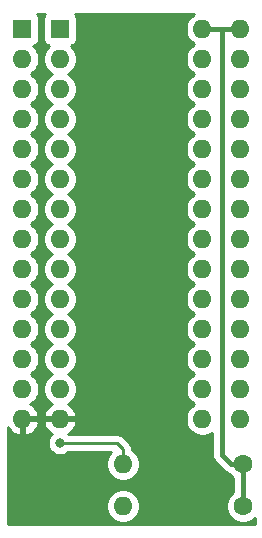
<source format=gbl>
%TF.GenerationSoftware,KiCad,Pcbnew,(5.1.8)-1*%
%TF.CreationDate,2021-04-08T15:32:03+02:00*%
%TF.ProjectId,C64 1541-II ROM Adapter,43363420-3135-4343-912d-494920524f4d,rev?*%
%TF.SameCoordinates,Original*%
%TF.FileFunction,Copper,L2,Bot*%
%TF.FilePolarity,Positive*%
%FSLAX46Y46*%
G04 Gerber Fmt 4.6, Leading zero omitted, Abs format (unit mm)*
G04 Created by KiCad (PCBNEW (5.1.8)-1) date 2021-04-08 15:32:03*
%MOMM*%
%LPD*%
G01*
G04 APERTURE LIST*
%TA.AperFunction,ComponentPad*%
%ADD10R,1.600000X1.600000*%
%TD*%
%TA.AperFunction,ComponentPad*%
%ADD11O,1.600000X1.600000*%
%TD*%
%TA.AperFunction,ComponentPad*%
%ADD12C,1.600000*%
%TD*%
%TA.AperFunction,ViaPad*%
%ADD13C,0.800000*%
%TD*%
%TA.AperFunction,Conductor*%
%ADD14C,0.381000*%
%TD*%
%TA.AperFunction,Conductor*%
%ADD15C,0.250000*%
%TD*%
%TA.AperFunction,Conductor*%
%ADD16C,0.254000*%
%TD*%
%TA.AperFunction,Conductor*%
%ADD17C,0.100000*%
%TD*%
G04 APERTURE END LIST*
D10*
%TO.P,A1,1*%
%TO.N,N/C*%
X102235000Y-62230000D03*
D11*
%TO.P,A1,15*%
%TO.N,/D3*%
X117475000Y-95250000D03*
%TO.P,A1,2*%
%TO.N,/A12*%
X102235000Y-64770000D03*
%TO.P,A1,16*%
%TO.N,/D4*%
X117475000Y-92710000D03*
%TO.P,A1,3*%
%TO.N,/A7*%
X102235000Y-67310000D03*
%TO.P,A1,17*%
%TO.N,/D5*%
X117475000Y-90170000D03*
%TO.P,A1,4*%
%TO.N,/A6*%
X102235000Y-69850000D03*
%TO.P,A1,18*%
%TO.N,/D6*%
X117475000Y-87630000D03*
%TO.P,A1,5*%
%TO.N,/A5*%
X102235000Y-72390000D03*
%TO.P,A1,19*%
%TO.N,/D7*%
X117475000Y-85090000D03*
%TO.P,A1,6*%
%TO.N,/A4*%
X102235000Y-74930000D03*
%TO.P,A1,20*%
%TO.N,/~CE*%
X117475000Y-82550000D03*
%TO.P,A1,7*%
%TO.N,/A3*%
X102235000Y-77470000D03*
%TO.P,A1,21*%
%TO.N,/A10*%
X117475000Y-80010000D03*
%TO.P,A1,8*%
%TO.N,/A2*%
X102235000Y-80010000D03*
%TO.P,A1,22*%
%TO.N,/~OE*%
X117475000Y-77470000D03*
%TO.P,A1,9*%
%TO.N,/A1*%
X102235000Y-82550000D03*
%TO.P,A1,23*%
%TO.N,/A11*%
X117475000Y-74930000D03*
%TO.P,A1,10*%
%TO.N,/A0*%
X102235000Y-85090000D03*
%TO.P,A1,24*%
%TO.N,/A9*%
X117475000Y-72390000D03*
%TO.P,A1,11*%
%TO.N,/D0*%
X102235000Y-87630000D03*
%TO.P,A1,25*%
%TO.N,/A8*%
X117475000Y-69850000D03*
%TO.P,A1,12*%
%TO.N,/D1*%
X102235000Y-90170000D03*
%TO.P,A1,26*%
%TO.N,/A13*%
X117475000Y-67310000D03*
%TO.P,A1,13*%
%TO.N,/D2*%
X102235000Y-92710000D03*
%TO.P,A1,27*%
%TO.N,N/C*%
X117475000Y-64770000D03*
%TO.P,A1,14*%
%TO.N,GND*%
X102235000Y-95250000D03*
%TO.P,A1,28*%
%TO.N,VCC*%
X117475000Y-62230000D03*
%TD*%
%TO.P,R1,2*%
%TO.N,/A14*%
X110744000Y-99060000D03*
D12*
%TO.P,R1,1*%
%TO.N,VCC*%
X120904000Y-99060000D03*
%TD*%
%TO.P,R2,1*%
%TO.N,VCC*%
X120904000Y-102616000D03*
D11*
%TO.P,R2,2*%
%TO.N,/A15*%
X110744000Y-102616000D03*
%TD*%
D10*
%TO.P,U1,1*%
%TO.N,/A15*%
X105410000Y-62230000D03*
D11*
%TO.P,U1,15*%
%TO.N,/D3*%
X120650000Y-95250000D03*
%TO.P,U1,2*%
%TO.N,/A12*%
X105410000Y-64770000D03*
%TO.P,U1,16*%
%TO.N,/D4*%
X120650000Y-92710000D03*
%TO.P,U1,3*%
%TO.N,/A7*%
X105410000Y-67310000D03*
%TO.P,U1,17*%
%TO.N,/D5*%
X120650000Y-90170000D03*
%TO.P,U1,4*%
%TO.N,/A6*%
X105410000Y-69850000D03*
%TO.P,U1,18*%
%TO.N,/D6*%
X120650000Y-87630000D03*
%TO.P,U1,5*%
%TO.N,/A5*%
X105410000Y-72390000D03*
%TO.P,U1,19*%
%TO.N,/D7*%
X120650000Y-85090000D03*
%TO.P,U1,6*%
%TO.N,/A4*%
X105410000Y-74930000D03*
%TO.P,U1,20*%
%TO.N,/~CE*%
X120650000Y-82550000D03*
%TO.P,U1,7*%
%TO.N,/A3*%
X105410000Y-77470000D03*
%TO.P,U1,21*%
%TO.N,/A10*%
X120650000Y-80010000D03*
%TO.P,U1,8*%
%TO.N,/A2*%
X105410000Y-80010000D03*
%TO.P,U1,22*%
%TO.N,/~OE*%
X120650000Y-77470000D03*
%TO.P,U1,9*%
%TO.N,/A1*%
X105410000Y-82550000D03*
%TO.P,U1,23*%
%TO.N,/A11*%
X120650000Y-74930000D03*
%TO.P,U1,10*%
%TO.N,/A0*%
X105410000Y-85090000D03*
%TO.P,U1,24*%
%TO.N,/A9*%
X120650000Y-72390000D03*
%TO.P,U1,11*%
%TO.N,/D0*%
X105410000Y-87630000D03*
%TO.P,U1,25*%
%TO.N,/A8*%
X120650000Y-69850000D03*
%TO.P,U1,12*%
%TO.N,/D1*%
X105410000Y-90170000D03*
%TO.P,U1,26*%
%TO.N,/A13*%
X120650000Y-67310000D03*
%TO.P,U1,13*%
%TO.N,/D2*%
X105410000Y-92710000D03*
%TO.P,U1,27*%
%TO.N,/A14*%
X120650000Y-64770000D03*
%TO.P,U1,14*%
%TO.N,GND*%
X105410000Y-95250000D03*
%TO.P,U1,28*%
%TO.N,VCC*%
X120650000Y-62230000D03*
%TD*%
D13*
%TO.N,/A14*%
X105410000Y-97282000D03*
%TD*%
D14*
%TO.N,VCC*%
X120904000Y-102616000D02*
X120904000Y-99060000D01*
X119126000Y-62230000D02*
X119126000Y-98298000D01*
X119126000Y-98298000D02*
X119888000Y-99060000D01*
X119888000Y-99060000D02*
X120904000Y-99060000D01*
X117475000Y-62230000D02*
X119126000Y-62230000D01*
X120650000Y-62230000D02*
X119126000Y-62230000D01*
D15*
%TO.N,/A14*%
X105410000Y-97282000D02*
X110236000Y-97282000D01*
X110744000Y-97790000D02*
X110744000Y-99060000D01*
X110236000Y-97282000D02*
X110744000Y-97790000D01*
%TD*%
D16*
%TO.N,GND*%
X104079463Y-61075506D02*
X104020498Y-61185820D01*
X103984188Y-61305518D01*
X103971928Y-61430000D01*
X103971928Y-63030000D01*
X103984188Y-63154482D01*
X104020498Y-63274180D01*
X104079463Y-63384494D01*
X104158815Y-63481185D01*
X104255506Y-63560537D01*
X104365820Y-63619502D01*
X104485518Y-63655812D01*
X104493961Y-63656643D01*
X104295363Y-63855241D01*
X104138320Y-64090273D01*
X104030147Y-64351426D01*
X103975000Y-64628665D01*
X103975000Y-64911335D01*
X104030147Y-65188574D01*
X104138320Y-65449727D01*
X104295363Y-65684759D01*
X104495241Y-65884637D01*
X104727759Y-66040000D01*
X104495241Y-66195363D01*
X104295363Y-66395241D01*
X104138320Y-66630273D01*
X104030147Y-66891426D01*
X103975000Y-67168665D01*
X103975000Y-67451335D01*
X104030147Y-67728574D01*
X104138320Y-67989727D01*
X104295363Y-68224759D01*
X104495241Y-68424637D01*
X104727759Y-68580000D01*
X104495241Y-68735363D01*
X104295363Y-68935241D01*
X104138320Y-69170273D01*
X104030147Y-69431426D01*
X103975000Y-69708665D01*
X103975000Y-69991335D01*
X104030147Y-70268574D01*
X104138320Y-70529727D01*
X104295363Y-70764759D01*
X104495241Y-70964637D01*
X104727759Y-71120000D01*
X104495241Y-71275363D01*
X104295363Y-71475241D01*
X104138320Y-71710273D01*
X104030147Y-71971426D01*
X103975000Y-72248665D01*
X103975000Y-72531335D01*
X104030147Y-72808574D01*
X104138320Y-73069727D01*
X104295363Y-73304759D01*
X104495241Y-73504637D01*
X104727759Y-73660000D01*
X104495241Y-73815363D01*
X104295363Y-74015241D01*
X104138320Y-74250273D01*
X104030147Y-74511426D01*
X103975000Y-74788665D01*
X103975000Y-75071335D01*
X104030147Y-75348574D01*
X104138320Y-75609727D01*
X104295363Y-75844759D01*
X104495241Y-76044637D01*
X104727759Y-76200000D01*
X104495241Y-76355363D01*
X104295363Y-76555241D01*
X104138320Y-76790273D01*
X104030147Y-77051426D01*
X103975000Y-77328665D01*
X103975000Y-77611335D01*
X104030147Y-77888574D01*
X104138320Y-78149727D01*
X104295363Y-78384759D01*
X104495241Y-78584637D01*
X104727759Y-78740000D01*
X104495241Y-78895363D01*
X104295363Y-79095241D01*
X104138320Y-79330273D01*
X104030147Y-79591426D01*
X103975000Y-79868665D01*
X103975000Y-80151335D01*
X104030147Y-80428574D01*
X104138320Y-80689727D01*
X104295363Y-80924759D01*
X104495241Y-81124637D01*
X104727759Y-81280000D01*
X104495241Y-81435363D01*
X104295363Y-81635241D01*
X104138320Y-81870273D01*
X104030147Y-82131426D01*
X103975000Y-82408665D01*
X103975000Y-82691335D01*
X104030147Y-82968574D01*
X104138320Y-83229727D01*
X104295363Y-83464759D01*
X104495241Y-83664637D01*
X104727759Y-83820000D01*
X104495241Y-83975363D01*
X104295363Y-84175241D01*
X104138320Y-84410273D01*
X104030147Y-84671426D01*
X103975000Y-84948665D01*
X103975000Y-85231335D01*
X104030147Y-85508574D01*
X104138320Y-85769727D01*
X104295363Y-86004759D01*
X104495241Y-86204637D01*
X104727759Y-86360000D01*
X104495241Y-86515363D01*
X104295363Y-86715241D01*
X104138320Y-86950273D01*
X104030147Y-87211426D01*
X103975000Y-87488665D01*
X103975000Y-87771335D01*
X104030147Y-88048574D01*
X104138320Y-88309727D01*
X104295363Y-88544759D01*
X104495241Y-88744637D01*
X104727759Y-88900000D01*
X104495241Y-89055363D01*
X104295363Y-89255241D01*
X104138320Y-89490273D01*
X104030147Y-89751426D01*
X103975000Y-90028665D01*
X103975000Y-90311335D01*
X104030147Y-90588574D01*
X104138320Y-90849727D01*
X104295363Y-91084759D01*
X104495241Y-91284637D01*
X104727759Y-91440000D01*
X104495241Y-91595363D01*
X104295363Y-91795241D01*
X104138320Y-92030273D01*
X104030147Y-92291426D01*
X103975000Y-92568665D01*
X103975000Y-92851335D01*
X104030147Y-93128574D01*
X104138320Y-93389727D01*
X104295363Y-93624759D01*
X104495241Y-93824637D01*
X104730273Y-93981680D01*
X104740865Y-93986067D01*
X104554869Y-94097615D01*
X104346481Y-94286586D01*
X104178963Y-94512580D01*
X104058754Y-94766913D01*
X104018096Y-94900961D01*
X104140085Y-95123000D01*
X105283000Y-95123000D01*
X105283000Y-95103000D01*
X105537000Y-95103000D01*
X105537000Y-95123000D01*
X106679915Y-95123000D01*
X106801904Y-94900961D01*
X106761246Y-94766913D01*
X106641037Y-94512580D01*
X106473519Y-94286586D01*
X106265131Y-94097615D01*
X106079135Y-93986067D01*
X106089727Y-93981680D01*
X106324759Y-93824637D01*
X106524637Y-93624759D01*
X106681680Y-93389727D01*
X106789853Y-93128574D01*
X106845000Y-92851335D01*
X106845000Y-92568665D01*
X106789853Y-92291426D01*
X106681680Y-92030273D01*
X106524637Y-91795241D01*
X106324759Y-91595363D01*
X106092241Y-91440000D01*
X106324759Y-91284637D01*
X106524637Y-91084759D01*
X106681680Y-90849727D01*
X106789853Y-90588574D01*
X106845000Y-90311335D01*
X106845000Y-90028665D01*
X106789853Y-89751426D01*
X106681680Y-89490273D01*
X106524637Y-89255241D01*
X106324759Y-89055363D01*
X106092241Y-88900000D01*
X106324759Y-88744637D01*
X106524637Y-88544759D01*
X106681680Y-88309727D01*
X106789853Y-88048574D01*
X106845000Y-87771335D01*
X106845000Y-87488665D01*
X106789853Y-87211426D01*
X106681680Y-86950273D01*
X106524637Y-86715241D01*
X106324759Y-86515363D01*
X106092241Y-86360000D01*
X106324759Y-86204637D01*
X106524637Y-86004759D01*
X106681680Y-85769727D01*
X106789853Y-85508574D01*
X106845000Y-85231335D01*
X106845000Y-84948665D01*
X106789853Y-84671426D01*
X106681680Y-84410273D01*
X106524637Y-84175241D01*
X106324759Y-83975363D01*
X106092241Y-83820000D01*
X106324759Y-83664637D01*
X106524637Y-83464759D01*
X106681680Y-83229727D01*
X106789853Y-82968574D01*
X106845000Y-82691335D01*
X106845000Y-82408665D01*
X106789853Y-82131426D01*
X106681680Y-81870273D01*
X106524637Y-81635241D01*
X106324759Y-81435363D01*
X106092241Y-81280000D01*
X106324759Y-81124637D01*
X106524637Y-80924759D01*
X106681680Y-80689727D01*
X106789853Y-80428574D01*
X106845000Y-80151335D01*
X106845000Y-79868665D01*
X106789853Y-79591426D01*
X106681680Y-79330273D01*
X106524637Y-79095241D01*
X106324759Y-78895363D01*
X106092241Y-78740000D01*
X106324759Y-78584637D01*
X106524637Y-78384759D01*
X106681680Y-78149727D01*
X106789853Y-77888574D01*
X106845000Y-77611335D01*
X106845000Y-77328665D01*
X106789853Y-77051426D01*
X106681680Y-76790273D01*
X106524637Y-76555241D01*
X106324759Y-76355363D01*
X106092241Y-76200000D01*
X106324759Y-76044637D01*
X106524637Y-75844759D01*
X106681680Y-75609727D01*
X106789853Y-75348574D01*
X106845000Y-75071335D01*
X106845000Y-74788665D01*
X106789853Y-74511426D01*
X106681680Y-74250273D01*
X106524637Y-74015241D01*
X106324759Y-73815363D01*
X106092241Y-73660000D01*
X106324759Y-73504637D01*
X106524637Y-73304759D01*
X106681680Y-73069727D01*
X106789853Y-72808574D01*
X106845000Y-72531335D01*
X106845000Y-72248665D01*
X106789853Y-71971426D01*
X106681680Y-71710273D01*
X106524637Y-71475241D01*
X106324759Y-71275363D01*
X106092241Y-71120000D01*
X106324759Y-70964637D01*
X106524637Y-70764759D01*
X106681680Y-70529727D01*
X106789853Y-70268574D01*
X106845000Y-69991335D01*
X106845000Y-69708665D01*
X106789853Y-69431426D01*
X106681680Y-69170273D01*
X106524637Y-68935241D01*
X106324759Y-68735363D01*
X106092241Y-68580000D01*
X106324759Y-68424637D01*
X106524637Y-68224759D01*
X106681680Y-67989727D01*
X106789853Y-67728574D01*
X106845000Y-67451335D01*
X106845000Y-67168665D01*
X106789853Y-66891426D01*
X106681680Y-66630273D01*
X106524637Y-66395241D01*
X106324759Y-66195363D01*
X106092241Y-66040000D01*
X106324759Y-65884637D01*
X106524637Y-65684759D01*
X106681680Y-65449727D01*
X106789853Y-65188574D01*
X106845000Y-64911335D01*
X106845000Y-64628665D01*
X106789853Y-64351426D01*
X106681680Y-64090273D01*
X106524637Y-63855241D01*
X106326039Y-63656643D01*
X106334482Y-63655812D01*
X106454180Y-63619502D01*
X106564494Y-63560537D01*
X106661185Y-63481185D01*
X106740537Y-63384494D01*
X106799502Y-63274180D01*
X106835812Y-63154482D01*
X106848072Y-63030000D01*
X106848072Y-61430000D01*
X106835812Y-61305518D01*
X106799502Y-61185820D01*
X106740537Y-61075506D01*
X106666261Y-60985000D01*
X116755343Y-60985000D01*
X116560241Y-61115363D01*
X116360363Y-61315241D01*
X116203320Y-61550273D01*
X116095147Y-61811426D01*
X116040000Y-62088665D01*
X116040000Y-62371335D01*
X116095147Y-62648574D01*
X116203320Y-62909727D01*
X116360363Y-63144759D01*
X116560241Y-63344637D01*
X116792759Y-63500000D01*
X116560241Y-63655363D01*
X116360363Y-63855241D01*
X116203320Y-64090273D01*
X116095147Y-64351426D01*
X116040000Y-64628665D01*
X116040000Y-64911335D01*
X116095147Y-65188574D01*
X116203320Y-65449727D01*
X116360363Y-65684759D01*
X116560241Y-65884637D01*
X116792759Y-66040000D01*
X116560241Y-66195363D01*
X116360363Y-66395241D01*
X116203320Y-66630273D01*
X116095147Y-66891426D01*
X116040000Y-67168665D01*
X116040000Y-67451335D01*
X116095147Y-67728574D01*
X116203320Y-67989727D01*
X116360363Y-68224759D01*
X116560241Y-68424637D01*
X116792759Y-68580000D01*
X116560241Y-68735363D01*
X116360363Y-68935241D01*
X116203320Y-69170273D01*
X116095147Y-69431426D01*
X116040000Y-69708665D01*
X116040000Y-69991335D01*
X116095147Y-70268574D01*
X116203320Y-70529727D01*
X116360363Y-70764759D01*
X116560241Y-70964637D01*
X116792759Y-71120000D01*
X116560241Y-71275363D01*
X116360363Y-71475241D01*
X116203320Y-71710273D01*
X116095147Y-71971426D01*
X116040000Y-72248665D01*
X116040000Y-72531335D01*
X116095147Y-72808574D01*
X116203320Y-73069727D01*
X116360363Y-73304759D01*
X116560241Y-73504637D01*
X116792759Y-73660000D01*
X116560241Y-73815363D01*
X116360363Y-74015241D01*
X116203320Y-74250273D01*
X116095147Y-74511426D01*
X116040000Y-74788665D01*
X116040000Y-75071335D01*
X116095147Y-75348574D01*
X116203320Y-75609727D01*
X116360363Y-75844759D01*
X116560241Y-76044637D01*
X116792759Y-76200000D01*
X116560241Y-76355363D01*
X116360363Y-76555241D01*
X116203320Y-76790273D01*
X116095147Y-77051426D01*
X116040000Y-77328665D01*
X116040000Y-77611335D01*
X116095147Y-77888574D01*
X116203320Y-78149727D01*
X116360363Y-78384759D01*
X116560241Y-78584637D01*
X116792759Y-78740000D01*
X116560241Y-78895363D01*
X116360363Y-79095241D01*
X116203320Y-79330273D01*
X116095147Y-79591426D01*
X116040000Y-79868665D01*
X116040000Y-80151335D01*
X116095147Y-80428574D01*
X116203320Y-80689727D01*
X116360363Y-80924759D01*
X116560241Y-81124637D01*
X116792759Y-81280000D01*
X116560241Y-81435363D01*
X116360363Y-81635241D01*
X116203320Y-81870273D01*
X116095147Y-82131426D01*
X116040000Y-82408665D01*
X116040000Y-82691335D01*
X116095147Y-82968574D01*
X116203320Y-83229727D01*
X116360363Y-83464759D01*
X116560241Y-83664637D01*
X116792759Y-83820000D01*
X116560241Y-83975363D01*
X116360363Y-84175241D01*
X116203320Y-84410273D01*
X116095147Y-84671426D01*
X116040000Y-84948665D01*
X116040000Y-85231335D01*
X116095147Y-85508574D01*
X116203320Y-85769727D01*
X116360363Y-86004759D01*
X116560241Y-86204637D01*
X116792759Y-86360000D01*
X116560241Y-86515363D01*
X116360363Y-86715241D01*
X116203320Y-86950273D01*
X116095147Y-87211426D01*
X116040000Y-87488665D01*
X116040000Y-87771335D01*
X116095147Y-88048574D01*
X116203320Y-88309727D01*
X116360363Y-88544759D01*
X116560241Y-88744637D01*
X116792759Y-88900000D01*
X116560241Y-89055363D01*
X116360363Y-89255241D01*
X116203320Y-89490273D01*
X116095147Y-89751426D01*
X116040000Y-90028665D01*
X116040000Y-90311335D01*
X116095147Y-90588574D01*
X116203320Y-90849727D01*
X116360363Y-91084759D01*
X116560241Y-91284637D01*
X116792759Y-91440000D01*
X116560241Y-91595363D01*
X116360363Y-91795241D01*
X116203320Y-92030273D01*
X116095147Y-92291426D01*
X116040000Y-92568665D01*
X116040000Y-92851335D01*
X116095147Y-93128574D01*
X116203320Y-93389727D01*
X116360363Y-93624759D01*
X116560241Y-93824637D01*
X116792759Y-93980000D01*
X116560241Y-94135363D01*
X116360363Y-94335241D01*
X116203320Y-94570273D01*
X116095147Y-94831426D01*
X116040000Y-95108665D01*
X116040000Y-95391335D01*
X116095147Y-95668574D01*
X116203320Y-95929727D01*
X116360363Y-96164759D01*
X116560241Y-96364637D01*
X116795273Y-96521680D01*
X117056426Y-96629853D01*
X117333665Y-96685000D01*
X117616335Y-96685000D01*
X117893574Y-96629853D01*
X118154727Y-96521680D01*
X118300501Y-96424277D01*
X118300501Y-98257439D01*
X118296506Y-98298000D01*
X118312445Y-98459826D01*
X118359647Y-98615433D01*
X118436301Y-98758842D01*
X118497863Y-98833854D01*
X118539460Y-98884541D01*
X118570961Y-98910393D01*
X119275611Y-99615044D01*
X119301459Y-99646541D01*
X119332955Y-99672389D01*
X119332958Y-99672392D01*
X119427157Y-99749699D01*
X119456805Y-99765546D01*
X119570566Y-99826353D01*
X119720615Y-99871870D01*
X119789363Y-99974759D01*
X119989241Y-100174637D01*
X120078501Y-100234278D01*
X120078500Y-101441722D01*
X119989241Y-101501363D01*
X119789363Y-101701241D01*
X119632320Y-101936273D01*
X119524147Y-102197426D01*
X119469000Y-102474665D01*
X119469000Y-102757335D01*
X119524147Y-103034574D01*
X119632320Y-103295727D01*
X119789363Y-103530759D01*
X119989241Y-103730637D01*
X120224273Y-103887680D01*
X120485426Y-103995853D01*
X120762665Y-104051000D01*
X121045335Y-104051000D01*
X121322574Y-103995853D01*
X121583727Y-103887680D01*
X121818759Y-103730637D01*
X121895001Y-103654395D01*
X121895001Y-104107715D01*
X121894335Y-104114513D01*
X121889699Y-104115000D01*
X100997275Y-104115000D01*
X100990487Y-104114335D01*
X100990000Y-104109699D01*
X100990000Y-102474665D01*
X109309000Y-102474665D01*
X109309000Y-102757335D01*
X109364147Y-103034574D01*
X109472320Y-103295727D01*
X109629363Y-103530759D01*
X109829241Y-103730637D01*
X110064273Y-103887680D01*
X110325426Y-103995853D01*
X110602665Y-104051000D01*
X110885335Y-104051000D01*
X111162574Y-103995853D01*
X111423727Y-103887680D01*
X111658759Y-103730637D01*
X111858637Y-103530759D01*
X112015680Y-103295727D01*
X112123853Y-103034574D01*
X112179000Y-102757335D01*
X112179000Y-102474665D01*
X112123853Y-102197426D01*
X112015680Y-101936273D01*
X111858637Y-101701241D01*
X111658759Y-101501363D01*
X111423727Y-101344320D01*
X111162574Y-101236147D01*
X110885335Y-101181000D01*
X110602665Y-101181000D01*
X110325426Y-101236147D01*
X110064273Y-101344320D01*
X109829241Y-101501363D01*
X109629363Y-101701241D01*
X109472320Y-101936273D01*
X109364147Y-102197426D01*
X109309000Y-102474665D01*
X100990000Y-102474665D01*
X100990000Y-95957878D01*
X101003963Y-95987420D01*
X101171481Y-96213414D01*
X101379869Y-96402385D01*
X101621119Y-96547070D01*
X101885960Y-96641909D01*
X102108000Y-96520624D01*
X102108000Y-95377000D01*
X102362000Y-95377000D01*
X102362000Y-96520624D01*
X102584040Y-96641909D01*
X102848881Y-96547070D01*
X103090131Y-96402385D01*
X103298519Y-96213414D01*
X103466037Y-95987420D01*
X103586246Y-95733087D01*
X103626904Y-95599039D01*
X104018096Y-95599039D01*
X104058754Y-95733087D01*
X104178963Y-95987420D01*
X104346481Y-96213414D01*
X104554869Y-96402385D01*
X104724294Y-96503995D01*
X104606063Y-96622226D01*
X104492795Y-96791744D01*
X104414774Y-96980102D01*
X104375000Y-97180061D01*
X104375000Y-97383939D01*
X104414774Y-97583898D01*
X104492795Y-97772256D01*
X104606063Y-97941774D01*
X104750226Y-98085937D01*
X104919744Y-98199205D01*
X105108102Y-98277226D01*
X105308061Y-98317000D01*
X105511939Y-98317000D01*
X105711898Y-98277226D01*
X105900256Y-98199205D01*
X106069774Y-98085937D01*
X106113711Y-98042000D01*
X109732604Y-98042000D01*
X109629363Y-98145241D01*
X109472320Y-98380273D01*
X109364147Y-98641426D01*
X109309000Y-98918665D01*
X109309000Y-99201335D01*
X109364147Y-99478574D01*
X109472320Y-99739727D01*
X109629363Y-99974759D01*
X109829241Y-100174637D01*
X110064273Y-100331680D01*
X110325426Y-100439853D01*
X110602665Y-100495000D01*
X110885335Y-100495000D01*
X111162574Y-100439853D01*
X111423727Y-100331680D01*
X111658759Y-100174637D01*
X111858637Y-99974759D01*
X112015680Y-99739727D01*
X112123853Y-99478574D01*
X112179000Y-99201335D01*
X112179000Y-98918665D01*
X112123853Y-98641426D01*
X112015680Y-98380273D01*
X111858637Y-98145241D01*
X111658759Y-97945363D01*
X111504000Y-97841957D01*
X111504000Y-97827322D01*
X111507676Y-97789999D01*
X111504000Y-97752676D01*
X111504000Y-97752667D01*
X111493003Y-97641014D01*
X111449546Y-97497753D01*
X111378974Y-97365724D01*
X111284001Y-97249999D01*
X111255003Y-97226202D01*
X110799803Y-96771002D01*
X110776001Y-96741999D01*
X110660276Y-96647026D01*
X110528247Y-96576454D01*
X110384986Y-96532997D01*
X110273333Y-96522000D01*
X110273322Y-96522000D01*
X110236000Y-96518324D01*
X110198678Y-96522000D01*
X106113711Y-96522000D01*
X106095706Y-96503995D01*
X106265131Y-96402385D01*
X106473519Y-96213414D01*
X106641037Y-95987420D01*
X106761246Y-95733087D01*
X106801904Y-95599039D01*
X106679915Y-95377000D01*
X105537000Y-95377000D01*
X105537000Y-95397000D01*
X105283000Y-95397000D01*
X105283000Y-95377000D01*
X104140085Y-95377000D01*
X104018096Y-95599039D01*
X103626904Y-95599039D01*
X103504915Y-95377000D01*
X102362000Y-95377000D01*
X102108000Y-95377000D01*
X102088000Y-95377000D01*
X102088000Y-95123000D01*
X102108000Y-95123000D01*
X102108000Y-95103000D01*
X102362000Y-95103000D01*
X102362000Y-95123000D01*
X103504915Y-95123000D01*
X103626904Y-94900961D01*
X103586246Y-94766913D01*
X103466037Y-94512580D01*
X103298519Y-94286586D01*
X103090131Y-94097615D01*
X102904135Y-93986067D01*
X102914727Y-93981680D01*
X103149759Y-93824637D01*
X103349637Y-93624759D01*
X103506680Y-93389727D01*
X103614853Y-93128574D01*
X103670000Y-92851335D01*
X103670000Y-92568665D01*
X103614853Y-92291426D01*
X103506680Y-92030273D01*
X103349637Y-91795241D01*
X103149759Y-91595363D01*
X102917241Y-91440000D01*
X103149759Y-91284637D01*
X103349637Y-91084759D01*
X103506680Y-90849727D01*
X103614853Y-90588574D01*
X103670000Y-90311335D01*
X103670000Y-90028665D01*
X103614853Y-89751426D01*
X103506680Y-89490273D01*
X103349637Y-89255241D01*
X103149759Y-89055363D01*
X102917241Y-88900000D01*
X103149759Y-88744637D01*
X103349637Y-88544759D01*
X103506680Y-88309727D01*
X103614853Y-88048574D01*
X103670000Y-87771335D01*
X103670000Y-87488665D01*
X103614853Y-87211426D01*
X103506680Y-86950273D01*
X103349637Y-86715241D01*
X103149759Y-86515363D01*
X102917241Y-86360000D01*
X103149759Y-86204637D01*
X103349637Y-86004759D01*
X103506680Y-85769727D01*
X103614853Y-85508574D01*
X103670000Y-85231335D01*
X103670000Y-84948665D01*
X103614853Y-84671426D01*
X103506680Y-84410273D01*
X103349637Y-84175241D01*
X103149759Y-83975363D01*
X102917241Y-83820000D01*
X103149759Y-83664637D01*
X103349637Y-83464759D01*
X103506680Y-83229727D01*
X103614853Y-82968574D01*
X103670000Y-82691335D01*
X103670000Y-82408665D01*
X103614853Y-82131426D01*
X103506680Y-81870273D01*
X103349637Y-81635241D01*
X103149759Y-81435363D01*
X102917241Y-81280000D01*
X103149759Y-81124637D01*
X103349637Y-80924759D01*
X103506680Y-80689727D01*
X103614853Y-80428574D01*
X103670000Y-80151335D01*
X103670000Y-79868665D01*
X103614853Y-79591426D01*
X103506680Y-79330273D01*
X103349637Y-79095241D01*
X103149759Y-78895363D01*
X102917241Y-78740000D01*
X103149759Y-78584637D01*
X103349637Y-78384759D01*
X103506680Y-78149727D01*
X103614853Y-77888574D01*
X103670000Y-77611335D01*
X103670000Y-77328665D01*
X103614853Y-77051426D01*
X103506680Y-76790273D01*
X103349637Y-76555241D01*
X103149759Y-76355363D01*
X102917241Y-76200000D01*
X103149759Y-76044637D01*
X103349637Y-75844759D01*
X103506680Y-75609727D01*
X103614853Y-75348574D01*
X103670000Y-75071335D01*
X103670000Y-74788665D01*
X103614853Y-74511426D01*
X103506680Y-74250273D01*
X103349637Y-74015241D01*
X103149759Y-73815363D01*
X102917241Y-73660000D01*
X103149759Y-73504637D01*
X103349637Y-73304759D01*
X103506680Y-73069727D01*
X103614853Y-72808574D01*
X103670000Y-72531335D01*
X103670000Y-72248665D01*
X103614853Y-71971426D01*
X103506680Y-71710273D01*
X103349637Y-71475241D01*
X103149759Y-71275363D01*
X102917241Y-71120000D01*
X103149759Y-70964637D01*
X103349637Y-70764759D01*
X103506680Y-70529727D01*
X103614853Y-70268574D01*
X103670000Y-69991335D01*
X103670000Y-69708665D01*
X103614853Y-69431426D01*
X103506680Y-69170273D01*
X103349637Y-68935241D01*
X103149759Y-68735363D01*
X102917241Y-68580000D01*
X103149759Y-68424637D01*
X103349637Y-68224759D01*
X103506680Y-67989727D01*
X103614853Y-67728574D01*
X103670000Y-67451335D01*
X103670000Y-67168665D01*
X103614853Y-66891426D01*
X103506680Y-66630273D01*
X103349637Y-66395241D01*
X103149759Y-66195363D01*
X102917241Y-66040000D01*
X103149759Y-65884637D01*
X103349637Y-65684759D01*
X103506680Y-65449727D01*
X103614853Y-65188574D01*
X103670000Y-64911335D01*
X103670000Y-64628665D01*
X103614853Y-64351426D01*
X103506680Y-64090273D01*
X103349637Y-63855241D01*
X103151039Y-63656643D01*
X103159482Y-63655812D01*
X103279180Y-63619502D01*
X103389494Y-63560537D01*
X103486185Y-63481185D01*
X103565537Y-63384494D01*
X103624502Y-63274180D01*
X103660812Y-63154482D01*
X103673072Y-63030000D01*
X103673072Y-61430000D01*
X103660812Y-61305518D01*
X103624502Y-61185820D01*
X103565537Y-61075506D01*
X103491261Y-60985000D01*
X104153739Y-60985000D01*
X104079463Y-61075506D01*
%TA.AperFunction,Conductor*%
D17*
G36*
X104079463Y-61075506D02*
G01*
X104020498Y-61185820D01*
X103984188Y-61305518D01*
X103971928Y-61430000D01*
X103971928Y-63030000D01*
X103984188Y-63154482D01*
X104020498Y-63274180D01*
X104079463Y-63384494D01*
X104158815Y-63481185D01*
X104255506Y-63560537D01*
X104365820Y-63619502D01*
X104485518Y-63655812D01*
X104493961Y-63656643D01*
X104295363Y-63855241D01*
X104138320Y-64090273D01*
X104030147Y-64351426D01*
X103975000Y-64628665D01*
X103975000Y-64911335D01*
X104030147Y-65188574D01*
X104138320Y-65449727D01*
X104295363Y-65684759D01*
X104495241Y-65884637D01*
X104727759Y-66040000D01*
X104495241Y-66195363D01*
X104295363Y-66395241D01*
X104138320Y-66630273D01*
X104030147Y-66891426D01*
X103975000Y-67168665D01*
X103975000Y-67451335D01*
X104030147Y-67728574D01*
X104138320Y-67989727D01*
X104295363Y-68224759D01*
X104495241Y-68424637D01*
X104727759Y-68580000D01*
X104495241Y-68735363D01*
X104295363Y-68935241D01*
X104138320Y-69170273D01*
X104030147Y-69431426D01*
X103975000Y-69708665D01*
X103975000Y-69991335D01*
X104030147Y-70268574D01*
X104138320Y-70529727D01*
X104295363Y-70764759D01*
X104495241Y-70964637D01*
X104727759Y-71120000D01*
X104495241Y-71275363D01*
X104295363Y-71475241D01*
X104138320Y-71710273D01*
X104030147Y-71971426D01*
X103975000Y-72248665D01*
X103975000Y-72531335D01*
X104030147Y-72808574D01*
X104138320Y-73069727D01*
X104295363Y-73304759D01*
X104495241Y-73504637D01*
X104727759Y-73660000D01*
X104495241Y-73815363D01*
X104295363Y-74015241D01*
X104138320Y-74250273D01*
X104030147Y-74511426D01*
X103975000Y-74788665D01*
X103975000Y-75071335D01*
X104030147Y-75348574D01*
X104138320Y-75609727D01*
X104295363Y-75844759D01*
X104495241Y-76044637D01*
X104727759Y-76200000D01*
X104495241Y-76355363D01*
X104295363Y-76555241D01*
X104138320Y-76790273D01*
X104030147Y-77051426D01*
X103975000Y-77328665D01*
X103975000Y-77611335D01*
X104030147Y-77888574D01*
X104138320Y-78149727D01*
X104295363Y-78384759D01*
X104495241Y-78584637D01*
X104727759Y-78740000D01*
X104495241Y-78895363D01*
X104295363Y-79095241D01*
X104138320Y-79330273D01*
X104030147Y-79591426D01*
X103975000Y-79868665D01*
X103975000Y-80151335D01*
X104030147Y-80428574D01*
X104138320Y-80689727D01*
X104295363Y-80924759D01*
X104495241Y-81124637D01*
X104727759Y-81280000D01*
X104495241Y-81435363D01*
X104295363Y-81635241D01*
X104138320Y-81870273D01*
X104030147Y-82131426D01*
X103975000Y-82408665D01*
X103975000Y-82691335D01*
X104030147Y-82968574D01*
X104138320Y-83229727D01*
X104295363Y-83464759D01*
X104495241Y-83664637D01*
X104727759Y-83820000D01*
X104495241Y-83975363D01*
X104295363Y-84175241D01*
X104138320Y-84410273D01*
X104030147Y-84671426D01*
X103975000Y-84948665D01*
X103975000Y-85231335D01*
X104030147Y-85508574D01*
X104138320Y-85769727D01*
X104295363Y-86004759D01*
X104495241Y-86204637D01*
X104727759Y-86360000D01*
X104495241Y-86515363D01*
X104295363Y-86715241D01*
X104138320Y-86950273D01*
X104030147Y-87211426D01*
X103975000Y-87488665D01*
X103975000Y-87771335D01*
X104030147Y-88048574D01*
X104138320Y-88309727D01*
X104295363Y-88544759D01*
X104495241Y-88744637D01*
X104727759Y-88900000D01*
X104495241Y-89055363D01*
X104295363Y-89255241D01*
X104138320Y-89490273D01*
X104030147Y-89751426D01*
X103975000Y-90028665D01*
X103975000Y-90311335D01*
X104030147Y-90588574D01*
X104138320Y-90849727D01*
X104295363Y-91084759D01*
X104495241Y-91284637D01*
X104727759Y-91440000D01*
X104495241Y-91595363D01*
X104295363Y-91795241D01*
X104138320Y-92030273D01*
X104030147Y-92291426D01*
X103975000Y-92568665D01*
X103975000Y-92851335D01*
X104030147Y-93128574D01*
X104138320Y-93389727D01*
X104295363Y-93624759D01*
X104495241Y-93824637D01*
X104730273Y-93981680D01*
X104740865Y-93986067D01*
X104554869Y-94097615D01*
X104346481Y-94286586D01*
X104178963Y-94512580D01*
X104058754Y-94766913D01*
X104018096Y-94900961D01*
X104140085Y-95123000D01*
X105283000Y-95123000D01*
X105283000Y-95103000D01*
X105537000Y-95103000D01*
X105537000Y-95123000D01*
X106679915Y-95123000D01*
X106801904Y-94900961D01*
X106761246Y-94766913D01*
X106641037Y-94512580D01*
X106473519Y-94286586D01*
X106265131Y-94097615D01*
X106079135Y-93986067D01*
X106089727Y-93981680D01*
X106324759Y-93824637D01*
X106524637Y-93624759D01*
X106681680Y-93389727D01*
X106789853Y-93128574D01*
X106845000Y-92851335D01*
X106845000Y-92568665D01*
X106789853Y-92291426D01*
X106681680Y-92030273D01*
X106524637Y-91795241D01*
X106324759Y-91595363D01*
X106092241Y-91440000D01*
X106324759Y-91284637D01*
X106524637Y-91084759D01*
X106681680Y-90849727D01*
X106789853Y-90588574D01*
X106845000Y-90311335D01*
X106845000Y-90028665D01*
X106789853Y-89751426D01*
X106681680Y-89490273D01*
X106524637Y-89255241D01*
X106324759Y-89055363D01*
X106092241Y-88900000D01*
X106324759Y-88744637D01*
X106524637Y-88544759D01*
X106681680Y-88309727D01*
X106789853Y-88048574D01*
X106845000Y-87771335D01*
X106845000Y-87488665D01*
X106789853Y-87211426D01*
X106681680Y-86950273D01*
X106524637Y-86715241D01*
X106324759Y-86515363D01*
X106092241Y-86360000D01*
X106324759Y-86204637D01*
X106524637Y-86004759D01*
X106681680Y-85769727D01*
X106789853Y-85508574D01*
X106845000Y-85231335D01*
X106845000Y-84948665D01*
X106789853Y-84671426D01*
X106681680Y-84410273D01*
X106524637Y-84175241D01*
X106324759Y-83975363D01*
X106092241Y-83820000D01*
X106324759Y-83664637D01*
X106524637Y-83464759D01*
X106681680Y-83229727D01*
X106789853Y-82968574D01*
X106845000Y-82691335D01*
X106845000Y-82408665D01*
X106789853Y-82131426D01*
X106681680Y-81870273D01*
X106524637Y-81635241D01*
X106324759Y-81435363D01*
X106092241Y-81280000D01*
X106324759Y-81124637D01*
X106524637Y-80924759D01*
X106681680Y-80689727D01*
X106789853Y-80428574D01*
X106845000Y-80151335D01*
X106845000Y-79868665D01*
X106789853Y-79591426D01*
X106681680Y-79330273D01*
X106524637Y-79095241D01*
X106324759Y-78895363D01*
X106092241Y-78740000D01*
X106324759Y-78584637D01*
X106524637Y-78384759D01*
X106681680Y-78149727D01*
X106789853Y-77888574D01*
X106845000Y-77611335D01*
X106845000Y-77328665D01*
X106789853Y-77051426D01*
X106681680Y-76790273D01*
X106524637Y-76555241D01*
X106324759Y-76355363D01*
X106092241Y-76200000D01*
X106324759Y-76044637D01*
X106524637Y-75844759D01*
X106681680Y-75609727D01*
X106789853Y-75348574D01*
X106845000Y-75071335D01*
X106845000Y-74788665D01*
X106789853Y-74511426D01*
X106681680Y-74250273D01*
X106524637Y-74015241D01*
X106324759Y-73815363D01*
X106092241Y-73660000D01*
X106324759Y-73504637D01*
X106524637Y-73304759D01*
X106681680Y-73069727D01*
X106789853Y-72808574D01*
X106845000Y-72531335D01*
X106845000Y-72248665D01*
X106789853Y-71971426D01*
X106681680Y-71710273D01*
X106524637Y-71475241D01*
X106324759Y-71275363D01*
X106092241Y-71120000D01*
X106324759Y-70964637D01*
X106524637Y-70764759D01*
X106681680Y-70529727D01*
X106789853Y-70268574D01*
X106845000Y-69991335D01*
X106845000Y-69708665D01*
X106789853Y-69431426D01*
X106681680Y-69170273D01*
X106524637Y-68935241D01*
X106324759Y-68735363D01*
X106092241Y-68580000D01*
X106324759Y-68424637D01*
X106524637Y-68224759D01*
X106681680Y-67989727D01*
X106789853Y-67728574D01*
X106845000Y-67451335D01*
X106845000Y-67168665D01*
X106789853Y-66891426D01*
X106681680Y-66630273D01*
X106524637Y-66395241D01*
X106324759Y-66195363D01*
X106092241Y-66040000D01*
X106324759Y-65884637D01*
X106524637Y-65684759D01*
X106681680Y-65449727D01*
X106789853Y-65188574D01*
X106845000Y-64911335D01*
X106845000Y-64628665D01*
X106789853Y-64351426D01*
X106681680Y-64090273D01*
X106524637Y-63855241D01*
X106326039Y-63656643D01*
X106334482Y-63655812D01*
X106454180Y-63619502D01*
X106564494Y-63560537D01*
X106661185Y-63481185D01*
X106740537Y-63384494D01*
X106799502Y-63274180D01*
X106835812Y-63154482D01*
X106848072Y-63030000D01*
X106848072Y-61430000D01*
X106835812Y-61305518D01*
X106799502Y-61185820D01*
X106740537Y-61075506D01*
X106666261Y-60985000D01*
X116755343Y-60985000D01*
X116560241Y-61115363D01*
X116360363Y-61315241D01*
X116203320Y-61550273D01*
X116095147Y-61811426D01*
X116040000Y-62088665D01*
X116040000Y-62371335D01*
X116095147Y-62648574D01*
X116203320Y-62909727D01*
X116360363Y-63144759D01*
X116560241Y-63344637D01*
X116792759Y-63500000D01*
X116560241Y-63655363D01*
X116360363Y-63855241D01*
X116203320Y-64090273D01*
X116095147Y-64351426D01*
X116040000Y-64628665D01*
X116040000Y-64911335D01*
X116095147Y-65188574D01*
X116203320Y-65449727D01*
X116360363Y-65684759D01*
X116560241Y-65884637D01*
X116792759Y-66040000D01*
X116560241Y-66195363D01*
X116360363Y-66395241D01*
X116203320Y-66630273D01*
X116095147Y-66891426D01*
X116040000Y-67168665D01*
X116040000Y-67451335D01*
X116095147Y-67728574D01*
X116203320Y-67989727D01*
X116360363Y-68224759D01*
X116560241Y-68424637D01*
X116792759Y-68580000D01*
X116560241Y-68735363D01*
X116360363Y-68935241D01*
X116203320Y-69170273D01*
X116095147Y-69431426D01*
X116040000Y-69708665D01*
X116040000Y-69991335D01*
X116095147Y-70268574D01*
X116203320Y-70529727D01*
X116360363Y-70764759D01*
X116560241Y-70964637D01*
X116792759Y-71120000D01*
X116560241Y-71275363D01*
X116360363Y-71475241D01*
X116203320Y-71710273D01*
X116095147Y-71971426D01*
X116040000Y-72248665D01*
X116040000Y-72531335D01*
X116095147Y-72808574D01*
X116203320Y-73069727D01*
X116360363Y-73304759D01*
X116560241Y-73504637D01*
X116792759Y-73660000D01*
X116560241Y-73815363D01*
X116360363Y-74015241D01*
X116203320Y-74250273D01*
X116095147Y-74511426D01*
X116040000Y-74788665D01*
X116040000Y-75071335D01*
X116095147Y-75348574D01*
X116203320Y-75609727D01*
X116360363Y-75844759D01*
X116560241Y-76044637D01*
X116792759Y-76200000D01*
X116560241Y-76355363D01*
X116360363Y-76555241D01*
X116203320Y-76790273D01*
X116095147Y-77051426D01*
X116040000Y-77328665D01*
X116040000Y-77611335D01*
X116095147Y-77888574D01*
X116203320Y-78149727D01*
X116360363Y-78384759D01*
X116560241Y-78584637D01*
X116792759Y-78740000D01*
X116560241Y-78895363D01*
X116360363Y-79095241D01*
X116203320Y-79330273D01*
X116095147Y-79591426D01*
X116040000Y-79868665D01*
X116040000Y-80151335D01*
X116095147Y-80428574D01*
X116203320Y-80689727D01*
X116360363Y-80924759D01*
X116560241Y-81124637D01*
X116792759Y-81280000D01*
X116560241Y-81435363D01*
X116360363Y-81635241D01*
X116203320Y-81870273D01*
X116095147Y-82131426D01*
X116040000Y-82408665D01*
X116040000Y-82691335D01*
X116095147Y-82968574D01*
X116203320Y-83229727D01*
X116360363Y-83464759D01*
X116560241Y-83664637D01*
X116792759Y-83820000D01*
X116560241Y-83975363D01*
X116360363Y-84175241D01*
X116203320Y-84410273D01*
X116095147Y-84671426D01*
X116040000Y-84948665D01*
X116040000Y-85231335D01*
X116095147Y-85508574D01*
X116203320Y-85769727D01*
X116360363Y-86004759D01*
X116560241Y-86204637D01*
X116792759Y-86360000D01*
X116560241Y-86515363D01*
X116360363Y-86715241D01*
X116203320Y-86950273D01*
X116095147Y-87211426D01*
X116040000Y-87488665D01*
X116040000Y-87771335D01*
X116095147Y-88048574D01*
X116203320Y-88309727D01*
X116360363Y-88544759D01*
X116560241Y-88744637D01*
X116792759Y-88900000D01*
X116560241Y-89055363D01*
X116360363Y-89255241D01*
X116203320Y-89490273D01*
X116095147Y-89751426D01*
X116040000Y-90028665D01*
X116040000Y-90311335D01*
X116095147Y-90588574D01*
X116203320Y-90849727D01*
X116360363Y-91084759D01*
X116560241Y-91284637D01*
X116792759Y-91440000D01*
X116560241Y-91595363D01*
X116360363Y-91795241D01*
X116203320Y-92030273D01*
X116095147Y-92291426D01*
X116040000Y-92568665D01*
X116040000Y-92851335D01*
X116095147Y-93128574D01*
X116203320Y-93389727D01*
X116360363Y-93624759D01*
X116560241Y-93824637D01*
X116792759Y-93980000D01*
X116560241Y-94135363D01*
X116360363Y-94335241D01*
X116203320Y-94570273D01*
X116095147Y-94831426D01*
X116040000Y-95108665D01*
X116040000Y-95391335D01*
X116095147Y-95668574D01*
X116203320Y-95929727D01*
X116360363Y-96164759D01*
X116560241Y-96364637D01*
X116795273Y-96521680D01*
X117056426Y-96629853D01*
X117333665Y-96685000D01*
X117616335Y-96685000D01*
X117893574Y-96629853D01*
X118154727Y-96521680D01*
X118300501Y-96424277D01*
X118300501Y-98257439D01*
X118296506Y-98298000D01*
X118312445Y-98459826D01*
X118359647Y-98615433D01*
X118436301Y-98758842D01*
X118497863Y-98833854D01*
X118539460Y-98884541D01*
X118570961Y-98910393D01*
X119275611Y-99615044D01*
X119301459Y-99646541D01*
X119332955Y-99672389D01*
X119332958Y-99672392D01*
X119427157Y-99749699D01*
X119456805Y-99765546D01*
X119570566Y-99826353D01*
X119720615Y-99871870D01*
X119789363Y-99974759D01*
X119989241Y-100174637D01*
X120078501Y-100234278D01*
X120078500Y-101441722D01*
X119989241Y-101501363D01*
X119789363Y-101701241D01*
X119632320Y-101936273D01*
X119524147Y-102197426D01*
X119469000Y-102474665D01*
X119469000Y-102757335D01*
X119524147Y-103034574D01*
X119632320Y-103295727D01*
X119789363Y-103530759D01*
X119989241Y-103730637D01*
X120224273Y-103887680D01*
X120485426Y-103995853D01*
X120762665Y-104051000D01*
X121045335Y-104051000D01*
X121322574Y-103995853D01*
X121583727Y-103887680D01*
X121818759Y-103730637D01*
X121895001Y-103654395D01*
X121895001Y-104107715D01*
X121894335Y-104114513D01*
X121889699Y-104115000D01*
X100997275Y-104115000D01*
X100990487Y-104114335D01*
X100990000Y-104109699D01*
X100990000Y-102474665D01*
X109309000Y-102474665D01*
X109309000Y-102757335D01*
X109364147Y-103034574D01*
X109472320Y-103295727D01*
X109629363Y-103530759D01*
X109829241Y-103730637D01*
X110064273Y-103887680D01*
X110325426Y-103995853D01*
X110602665Y-104051000D01*
X110885335Y-104051000D01*
X111162574Y-103995853D01*
X111423727Y-103887680D01*
X111658759Y-103730637D01*
X111858637Y-103530759D01*
X112015680Y-103295727D01*
X112123853Y-103034574D01*
X112179000Y-102757335D01*
X112179000Y-102474665D01*
X112123853Y-102197426D01*
X112015680Y-101936273D01*
X111858637Y-101701241D01*
X111658759Y-101501363D01*
X111423727Y-101344320D01*
X111162574Y-101236147D01*
X110885335Y-101181000D01*
X110602665Y-101181000D01*
X110325426Y-101236147D01*
X110064273Y-101344320D01*
X109829241Y-101501363D01*
X109629363Y-101701241D01*
X109472320Y-101936273D01*
X109364147Y-102197426D01*
X109309000Y-102474665D01*
X100990000Y-102474665D01*
X100990000Y-95957878D01*
X101003963Y-95987420D01*
X101171481Y-96213414D01*
X101379869Y-96402385D01*
X101621119Y-96547070D01*
X101885960Y-96641909D01*
X102108000Y-96520624D01*
X102108000Y-95377000D01*
X102362000Y-95377000D01*
X102362000Y-96520624D01*
X102584040Y-96641909D01*
X102848881Y-96547070D01*
X103090131Y-96402385D01*
X103298519Y-96213414D01*
X103466037Y-95987420D01*
X103586246Y-95733087D01*
X103626904Y-95599039D01*
X104018096Y-95599039D01*
X104058754Y-95733087D01*
X104178963Y-95987420D01*
X104346481Y-96213414D01*
X104554869Y-96402385D01*
X104724294Y-96503995D01*
X104606063Y-96622226D01*
X104492795Y-96791744D01*
X104414774Y-96980102D01*
X104375000Y-97180061D01*
X104375000Y-97383939D01*
X104414774Y-97583898D01*
X104492795Y-97772256D01*
X104606063Y-97941774D01*
X104750226Y-98085937D01*
X104919744Y-98199205D01*
X105108102Y-98277226D01*
X105308061Y-98317000D01*
X105511939Y-98317000D01*
X105711898Y-98277226D01*
X105900256Y-98199205D01*
X106069774Y-98085937D01*
X106113711Y-98042000D01*
X109732604Y-98042000D01*
X109629363Y-98145241D01*
X109472320Y-98380273D01*
X109364147Y-98641426D01*
X109309000Y-98918665D01*
X109309000Y-99201335D01*
X109364147Y-99478574D01*
X109472320Y-99739727D01*
X109629363Y-99974759D01*
X109829241Y-100174637D01*
X110064273Y-100331680D01*
X110325426Y-100439853D01*
X110602665Y-100495000D01*
X110885335Y-100495000D01*
X111162574Y-100439853D01*
X111423727Y-100331680D01*
X111658759Y-100174637D01*
X111858637Y-99974759D01*
X112015680Y-99739727D01*
X112123853Y-99478574D01*
X112179000Y-99201335D01*
X112179000Y-98918665D01*
X112123853Y-98641426D01*
X112015680Y-98380273D01*
X111858637Y-98145241D01*
X111658759Y-97945363D01*
X111504000Y-97841957D01*
X111504000Y-97827322D01*
X111507676Y-97789999D01*
X111504000Y-97752676D01*
X111504000Y-97752667D01*
X111493003Y-97641014D01*
X111449546Y-97497753D01*
X111378974Y-97365724D01*
X111284001Y-97249999D01*
X111255003Y-97226202D01*
X110799803Y-96771002D01*
X110776001Y-96741999D01*
X110660276Y-96647026D01*
X110528247Y-96576454D01*
X110384986Y-96532997D01*
X110273333Y-96522000D01*
X110273322Y-96522000D01*
X110236000Y-96518324D01*
X110198678Y-96522000D01*
X106113711Y-96522000D01*
X106095706Y-96503995D01*
X106265131Y-96402385D01*
X106473519Y-96213414D01*
X106641037Y-95987420D01*
X106761246Y-95733087D01*
X106801904Y-95599039D01*
X106679915Y-95377000D01*
X105537000Y-95377000D01*
X105537000Y-95397000D01*
X105283000Y-95397000D01*
X105283000Y-95377000D01*
X104140085Y-95377000D01*
X104018096Y-95599039D01*
X103626904Y-95599039D01*
X103504915Y-95377000D01*
X102362000Y-95377000D01*
X102108000Y-95377000D01*
X102088000Y-95377000D01*
X102088000Y-95123000D01*
X102108000Y-95123000D01*
X102108000Y-95103000D01*
X102362000Y-95103000D01*
X102362000Y-95123000D01*
X103504915Y-95123000D01*
X103626904Y-94900961D01*
X103586246Y-94766913D01*
X103466037Y-94512580D01*
X103298519Y-94286586D01*
X103090131Y-94097615D01*
X102904135Y-93986067D01*
X102914727Y-93981680D01*
X103149759Y-93824637D01*
X103349637Y-93624759D01*
X103506680Y-93389727D01*
X103614853Y-93128574D01*
X103670000Y-92851335D01*
X103670000Y-92568665D01*
X103614853Y-92291426D01*
X103506680Y-92030273D01*
X103349637Y-91795241D01*
X103149759Y-91595363D01*
X102917241Y-91440000D01*
X103149759Y-91284637D01*
X103349637Y-91084759D01*
X103506680Y-90849727D01*
X103614853Y-90588574D01*
X103670000Y-90311335D01*
X103670000Y-90028665D01*
X103614853Y-89751426D01*
X103506680Y-89490273D01*
X103349637Y-89255241D01*
X103149759Y-89055363D01*
X102917241Y-88900000D01*
X103149759Y-88744637D01*
X103349637Y-88544759D01*
X103506680Y-88309727D01*
X103614853Y-88048574D01*
X103670000Y-87771335D01*
X103670000Y-87488665D01*
X103614853Y-87211426D01*
X103506680Y-86950273D01*
X103349637Y-86715241D01*
X103149759Y-86515363D01*
X102917241Y-86360000D01*
X103149759Y-86204637D01*
X103349637Y-86004759D01*
X103506680Y-85769727D01*
X103614853Y-85508574D01*
X103670000Y-85231335D01*
X103670000Y-84948665D01*
X103614853Y-84671426D01*
X103506680Y-84410273D01*
X103349637Y-84175241D01*
X103149759Y-83975363D01*
X102917241Y-83820000D01*
X103149759Y-83664637D01*
X103349637Y-83464759D01*
X103506680Y-83229727D01*
X103614853Y-82968574D01*
X103670000Y-82691335D01*
X103670000Y-82408665D01*
X103614853Y-82131426D01*
X103506680Y-81870273D01*
X103349637Y-81635241D01*
X103149759Y-81435363D01*
X102917241Y-81280000D01*
X103149759Y-81124637D01*
X103349637Y-80924759D01*
X103506680Y-80689727D01*
X103614853Y-80428574D01*
X103670000Y-80151335D01*
X103670000Y-79868665D01*
X103614853Y-79591426D01*
X103506680Y-79330273D01*
X103349637Y-79095241D01*
X103149759Y-78895363D01*
X102917241Y-78740000D01*
X103149759Y-78584637D01*
X103349637Y-78384759D01*
X103506680Y-78149727D01*
X103614853Y-77888574D01*
X103670000Y-77611335D01*
X103670000Y-77328665D01*
X103614853Y-77051426D01*
X103506680Y-76790273D01*
X103349637Y-76555241D01*
X103149759Y-76355363D01*
X102917241Y-76200000D01*
X103149759Y-76044637D01*
X103349637Y-75844759D01*
X103506680Y-75609727D01*
X103614853Y-75348574D01*
X103670000Y-75071335D01*
X103670000Y-74788665D01*
X103614853Y-74511426D01*
X103506680Y-74250273D01*
X103349637Y-74015241D01*
X103149759Y-73815363D01*
X102917241Y-73660000D01*
X103149759Y-73504637D01*
X103349637Y-73304759D01*
X103506680Y-73069727D01*
X103614853Y-72808574D01*
X103670000Y-72531335D01*
X103670000Y-72248665D01*
X103614853Y-71971426D01*
X103506680Y-71710273D01*
X103349637Y-71475241D01*
X103149759Y-71275363D01*
X102917241Y-71120000D01*
X103149759Y-70964637D01*
X103349637Y-70764759D01*
X103506680Y-70529727D01*
X103614853Y-70268574D01*
X103670000Y-69991335D01*
X103670000Y-69708665D01*
X103614853Y-69431426D01*
X103506680Y-69170273D01*
X103349637Y-68935241D01*
X103149759Y-68735363D01*
X102917241Y-68580000D01*
X103149759Y-68424637D01*
X103349637Y-68224759D01*
X103506680Y-67989727D01*
X103614853Y-67728574D01*
X103670000Y-67451335D01*
X103670000Y-67168665D01*
X103614853Y-66891426D01*
X103506680Y-66630273D01*
X103349637Y-66395241D01*
X103149759Y-66195363D01*
X102917241Y-66040000D01*
X103149759Y-65884637D01*
X103349637Y-65684759D01*
X103506680Y-65449727D01*
X103614853Y-65188574D01*
X103670000Y-64911335D01*
X103670000Y-64628665D01*
X103614853Y-64351426D01*
X103506680Y-64090273D01*
X103349637Y-63855241D01*
X103151039Y-63656643D01*
X103159482Y-63655812D01*
X103279180Y-63619502D01*
X103389494Y-63560537D01*
X103486185Y-63481185D01*
X103565537Y-63384494D01*
X103624502Y-63274180D01*
X103660812Y-63154482D01*
X103673072Y-63030000D01*
X103673072Y-61430000D01*
X103660812Y-61305518D01*
X103624502Y-61185820D01*
X103565537Y-61075506D01*
X103491261Y-60985000D01*
X104153739Y-60985000D01*
X104079463Y-61075506D01*
G37*
%TD.AperFunction*%
%TD*%
M02*

</source>
